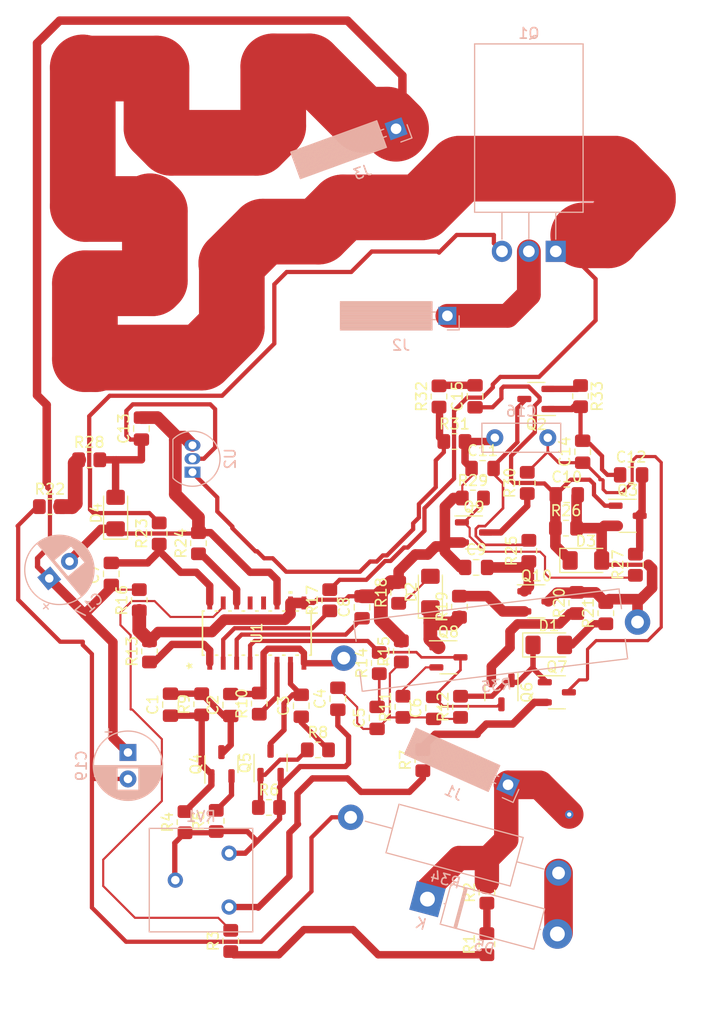
<source format=kicad_pcb>
(kicad_pcb (version 20221018) (generator pcbnew)
  (layers (0 "F.Cu" signal) (31 "B.Cu" signal) (34 "B.Paste" user) (35 "F.Paste" user) (36 "B.SilkS" user "B.Silkscreen") (37 "F.SilkS" user "F.Silkscreen") (38 "B.Mask" user) (39 "F.Mask" user) (44 "Edge.Cuts" user))
  (net 0 "")
  (net 1 "Net-(R1-Pad2)")
  (net 2 "Net-(R1-Pad1)")
  (net 3 "Net-(R22-Pad2)")
  (net 4 "Net-(D2-A)")
  (net 5 "Net-(D3-A)")
  (net 6 "Net-(C15-Pad2)")
  (net 7 "Net-(D1-A)")
  (net 8 "Net-(C3-Pad1)")
  (net 9 "Net-(C5-Pad2)")
  (net 10 "Net-(Q4-C)")
  (net 11 "Net-(Q4-B)")
  (net 12 "Net-(Q4-E)")
  (net 13 "Net-(Q5-B)")
  (net 14 "Net-(Q5-C)")
  (net 15 "Net-(Q7-B)")
  (net 16 "Net-(Q6-B)")
  (net 17 "Net-(Q8-B)")
  (net 18 "Net-(D5-K)")
  (net 19 "Net-(D5-A)")
  (net 20 "/CSOFT")
  (net 21 "/CONTROL")
  (net 22 "/OUTPUT")
  (net 23 "/C(phi)")
  (net 24 "/VSYNC")
  (net 25 "/ILOAD")
  (net 26 "/COMP")
  (net 27 "/ISENSE1")
  (net 28 "/ISENSE2")
  (net 29 "/VR(phi)")
  (net 30 "/HIGH_LOAD")
  (net 31 "/OVERLOAD")
  (net 32 "Net-(Q2-B)")
  (net 33 "Net-(D3-K)")
  (net 34 "Net-(Q9-C)")
  (net 35 "GND")
  (net 36 "Net-(D1-K)")
  (net 37 "Net-(J3-Pin_1)")
  (net 38 "Net-(J2-Pin_1)")
  (net 39 "Net-(Q1-G)")
  (net 40 "Net-(Q7-E)")
  (net 41 "Net-(Q3-E)")
  (net 42 "Net-(Q9-E)")
  (net 43 "Net-(Q2-C)")
  (net 44 "Net-(Q10-B)")
  (net 45 "Net-(Q10-C)")
  (net 46 "Net-(C19-Pad2)")
  (net 47 "/HALL_OUT")
  (net 48 "/HALL_V")
  (net 49 "/HALL_GND")
  (net 50 "Net-(R7-Pad1)")
  (net 51 "Net-(Q2-E)")
  (net 52 "Net-(C4-Pad2)")
  (net 53 "Net-(D2-K)")
  (footprint "Capacitor_SMD:C_0805_2012Metric_Pad1.18x1.45mm_HandSolder" (layer "F.Cu") (at 109.22 98.7337 90)
    (fp_text reference "C2")
    (fp_text value "C_Small")
  )
  (footprint "Capacitor_SMD:C_0805_2012Metric_Pad1.18x1.45mm_HandSolder" (layer "F.Cu") (at 119.3292 98.1456 90)
    (fp_text reference "C4")
    (fp_text value "C_Small")
  )
  (footprint "Diode_SMD:D_1206_3216Metric_Pad1.42x1.75mm_HandSolder" (layer "F.Cu") (at 98.3488 80.6196 90)
    (fp_text reference "D4")
    (fp_text value "D_Zener_Small_Filled")
  )
  (footprint "Resistor_SMD:R_0805_2012Metric_Pad1.20x1.40mm_HandSolder" (layer "F.Cu") (at 125.3236 93.6752 90)
    (fp_text reference "R15")
    (fp_text value "R_Small_US")
  )
  (footprint "Capacitor_SMD:C_0805_2012Metric_Pad1.18x1.45mm_HandSolder" (layer "F.Cu") (at 132.9944 76.4032)
    (fp_text reference "C11")
    (fp_text value "C_Small")
  )
  (footprint "Package_TO_SOT_SMD:SOT-23-3" (layer "F.Cu") (at 108.3412 104.3201 90)
    (fp_text reference "Q4")
    (fp_text value "NPN BC847C 1Gs 32")
  )
  (footprint "Resistor_SMD:R_0805_2012Metric_Pad1.20x1.40mm_HandSolder" (layer "F.Cu") (at 106.172 83.4644 90)
    (fp_text reference "R24")
    (fp_text value "R_Small_US")
  )
  (footprint "Resistor_SMD:R_0805_2012Metric_Pad1.20x1.40mm_HandSolder" (layer "F.Cu") (at 125.476 98.9076 90)
    (fp_text reference "R11")
    (fp_text value "R_Small_US")
  )
  (footprint "Resistor_SMD:R_0805_2012Metric_Pad1.20x1.40mm_HandSolder" (layer "F.Cu") (at 132.08 79.1972)
    (fp_text reference "R29")
    (fp_text value "R_Small_US")
  )
  (footprint "Resistor_SMD:R_0805_2012Metric_Pad1.20x1.40mm_HandSolder" (layer "F.Cu") (at 130.3368 73.8632)
    (fp_text reference "R31")
    (fp_text value "R_Small_US")
  )
  (footprint "Resistor_SMD:R_0805_2012Metric_Pad1.20x1.40mm_HandSolder" (layer "F.Cu") (at 133.4008 121.3104 90)
    (fp_text reference "R1")
    (fp_text value "R_Small_US")
  )
  (footprint "Resistor_SMD:R_0805_2012Metric_Pad1.20x1.40mm_HandSolder" (layer "F.Cu") (at 92.1512 80.01)
    (fp_text reference "R22")
    (fp_text value "R_Small_US")
  )
  (footprint "Capacitor_SMD:C_0805_2012Metric_Pad1.18x1.45mm_HandSolder" (layer "F.Cu") (at 132.2832 69.596 90)
    (fp_text reference "C15")
    (fp_text value "C_Small")
  )
  (footprint "Package_TO_SOT_SMD:SOT-23-3" (layer "F.Cu") (at 138.0744 88.9508)
    (fp_text reference "Q10")
    (fp_text value "PNP BC857C 3Gp 43")
  )
  (footprint "Resistor_SMD:R_0805_2012Metric_Pad1.20x1.40mm_HandSolder" (layer "F.Cu") (at 137.3632 84.1916 90)
    (fp_text reference "R25")
    (fp_text value "R_Small_US")
  )
  (footprint "Resistor_SMD:R_0805_2012Metric_Pad1.20x1.40mm_HandSolder" (layer "F.Cu") (at 102.4636 82.55 90)
    (fp_text reference "R23")
    (fp_text value "R_Small_US")
  )
  (footprint "Capacitor_SMD:C_0805_2012Metric_Pad1.18x1.45mm_HandSolder" (layer "F.Cu") (at 100.7872 72.644 90)
    (fp_text reference "C13")
    (fp_text value "C_Small")
  )
  (footprint "Package_TO_SOT_SMD:SOT-23-3" (layer "F.Cu") (at 138.0744 69.85 180)
    (fp_text reference "Q2")
    (fp_text value "PNP BC857C 3Gp 43")
  )
  (footprint "Diode_SMD:D_1206_3216Metric_Pad1.42x1.75mm_HandSolder" (layer "F.Cu") (at 142.748 85.09)
    (fp_text reference "D3")
    (fp_text value "D_Zener_Small_Filled")
  )
  (footprint "Capacitor_SMD:C_0805_2012Metric_Pad1.18x1.45mm_HandSolder" (layer "F.Cu") (at 128.3716 99.0092 90)
    (fp_text reference "C6")
    (fp_text value "C_Small")
  )
  (footprint "Package_TO_SOT_SMD:SOT-23-3" (layer "F.Cu") (at 129.7709 94.234)
    (fp_text reference "Q8")
    (fp_text value "NPN BC847C 1Gs 32")
  )
  (footprint "Resistor_SMD:R_0805_2012Metric_Pad1.20x1.40mm_HandSolder" (layer "F.Cu") (at 117.4496 102.9716)
    (fp_text reference "R8")
    (fp_text value "R_Small_US")
  )
  (footprint "Resistor_SMD:R_0805_2012Metric_Pad1.20x1.40mm_HandSolder" (layer "F.Cu") (at 133.4008 116.4336 90)
    (fp_text reference "R2")
    (fp_text value "R_Small_US")
  )
  (footprint "Resistor_SMD:R_0805_2012Metric_Pad1.20x1.40mm_HandSolder" (layer "F.Cu") (at 104.902 109.7948 90)
    (fp_text reference "R4")
    (fp_text value "R_Small_US")
  )
  (footprint "Package_TO_SOT_SMD:SOT-23-3" (layer "F.Cu") (at 132.1816 82.4484)
    (fp_text reference "Q9")
    (fp_text value "PNP BC857C 3Gp 43")
  )
  (footprint "Package_TO_SOT_SMD:SOT-23-3" (layer "F.Cu") (at 140.0048 97.536)
    (fp_text reference "Q7")
    (fp_text value "NPN BC847C 1Gs 32")
  )
  (footprint "Diode_SMD:D_1206_3216Metric_Pad1.42x1.75mm_HandSolder" (layer "F.Cu") (at 128.0668 88.0729 90)
    (fp_text reference "D2")
    (fp_text value "D_Zener_Small_Filled")
  )
  (footprint "Package_TO_SOT_SMD:SOT-23-3" (layer "F.Cu") (at 112.9792 104.1908 90)
    (fp_text reference "Q5")
    (fp_text value "NPN BC847C 1Gs 32")
  )
  (footprint "footprints:SO16_MCH" (layer "F.Cu") (at 111.6838 91.948 90)
    (fp_text reference "U1")
    (fp_text value "U2010B-MFPY")
  )
  (footprint "Resistor_SMD:R_0805_2012Metric_Pad1.20x1.40mm_HandSolder" (layer "F.Cu") (at 109.22 121.0056 90)
    (fp_text reference "R3")
    (fp_text value "R_Small_US")
  )
  (footprint "Capacitor_SMD:C_0805_2012Metric_Pad1.18x1.45mm_HandSolder" (layer "F.Cu") (at 132.3848 85.7504)
    (fp_text reference "C9")
    (fp_text value "C_Small")
  )
  (footprint "Resistor_SMD:R_0805_2012Metric_Pad1.20x1.40mm_HandSolder" (layer "F.Cu") (at 144.6276 90.0684 90)
    (fp_text reference "R21")
    (fp_text value "R_Small_US")
  )
  (footprint "Resistor_SMD:R_0805_2012Metric_Pad1.20x1.40mm_HandSolder" (layer "F.Cu") (at 95.8596 75.5904)
    (fp_text reference "R28")
    (fp_text value "R_Small_US")
  )
  (footprint "Resistor_SMD:R_0805_2012Metric_Pad1.20x1.40mm_HandSolder" (layer "F.Cu") (at 140.8684 82.042)
    (fp_text reference "R26")
    (fp_text value "R_Small_US")
  )
  (footprint "Resistor_SMD:R_0805_2012Metric_Pad1.20x1.40mm_HandSolder" (layer "F.Cu") (at 100.584 88.8492 90)
    (fp_text reference "R16")
    (fp_text value "R_Small_US")
  )
  (footprint "Capacitor_SMD:C_0805_2012Metric_Pad1.18x1.45mm_HandSolder" (layer "F.Cu") (at 147.0152 77.0128)
    (fp_text reference "C12")
    (fp_text value "C_Small")
  )
  (footprint "Resistor_SMD:R_0805_2012Metric_Pad1.20x1.40mm_HandSolder" (layer "F.Cu") (at 127.3556 103.9368 90)
    (fp_text reference "R7")
    (fp_text value "R_Small_US")
  )
  (footprint "Resistor_SMD:R_0805_2012Metric_Pad1.20x1.40mm_HandSolder" (layer "F.Cu") (at 112.8268 108.4072)
    (fp_text reference "R6")
    (fp_text value "R_Small_US")
  )
  (footprint "Resistor_SMD:R_0805_2012Metric_Pad1.20x1.40mm_HandSolder" (layer "F.Cu") (at 142.24 69.58 90)
    (fp_text reference "R33")
    (fp_text value "R_Small_US")
  )
  (footprint "Resistor_SMD:R_0805_2012Metric_Pad1.20x1.40mm_HandSolder" (layer "F.Cu") (at 130.81 89.4588 90)
    (fp_text reference "R19")
    (fp_text value "R_Small_US")
  )
  (footprint "Resistor_SMD:R_0805_2012Metric_Pad1.20x1.40mm_HandSolder" (layer "F.Cu") (at 141.8844 89.1032 90)
    (fp_text reference "R20")
    (fp_text value "R_Small_US")
  )
  (footprint "Capacitor_SMD:C_0805_2012Metric_Pad1.18x1.45mm_HandSolder" (layer "F.Cu") (at 103.5304 98.7044 90)
    (fp_text reference "C1")
    (fp_text value "C_Small")
  )
  (footprint "Resistor_SMD:R_0805_2012Metric_Pad1.20x1.40mm_HandSolder" (layer "F.Cu") (at 106.4768 98.6696 90)
    (fp_text reference "R9")
    (fp_text value "R_Small_US")
  )
  (footprint "Capacitor_SMD:C_0805_2012Metric_Pad1.18x1.45mm_HandSolder" (layer "F.Cu") (at 121.6152 89.5096 90)
    (fp_text reference "C8")
    (fp_text value "C_Small")
  )
  (footprint "Resistor_SMD:R_0805_2012Metric_Pad1.20x1.40mm_HandSolder" (layer "F.Cu") (at 123.2408 94.7768 90)
    (fp_text reference "R14")
    (fp_text value "R_Small_US")
  )
  (footprint "Capacitor_SMD:C_0805_2012Metric_Pad1.18x1.45mm_HandSolder" (layer "F.Cu") (at 142.4432 74.8284 90)
    (fp_text reference "C14")
    (fp_text value "C_Small")
  )
  (footprint "Capacitor_SMD:C_0805_2012Metric_Pad1.18x1.45mm_HandSolder" (layer "F.Cu") (at 140.9407 78.8924)
    (fp_text reference "C10")
    (fp_text value "C_Small")
  )
  (footprint "Package_TO_SOT_SMD:SOT-23-3" (layer "F.Cu") (at 134.7724 97.536 -90)
    (fp_text reference "Q6")
    (fp_text value "NPN BC847C 1Gs 32")
  )
  (footprint "Capacitor_SMD:C_0805_2012Metric_Pad1.18x1.45mm_HandSolder" (layer "F.Cu") (at 97.9424 86.36 90)
    (fp_text reference "C7")
    (fp_text value "C_Small")
  )
  (footprint "Resistor_SMD:R_0805_2012Metric_Pad1.20x1.40mm_HandSolder" (layer "F.Cu") (at 118.5672 88.8492 90)
    (fp_text reference "R17")
    (fp_text value "R_Small_US")
  )
  (footprint "Resistor_SMD:R_0805_2012Metric_Pad1.20x1.40mm_HandSolder" (layer "F.Cu") (at 128.8796 69.612 90)
    (fp_text reference "R32")
    (fp_text value "R_Small_US")
  )
  (footprint "Capacitor_SMD:C_0805_2012Metric_Pad1.18x1.45mm_HandSolder" (layer "F.Cu") (at 115.8748 98.806 90)
    (fp_text reference "C3")
    (fp_text value "C_Small")
  )
  (footprint "Resistor_SMD:R_0805_2012Metric_Pad1.20x1.40mm_HandSolder" (layer "F.Cu") (at 137.2108 77.7748 90)
    (fp_text reference "R30")
    (fp_text value "R_Small_US")
  )
  (footprint "Capacitor_SMD:C_0805_2012Metric_Pad1.18x1.45mm_HandSolder" (layer "F.Cu") (at 123.0376 99.9529 90)
    (fp_text reference "C5")
    (fp_text value "C_Small")
  )
  (footprint "Resistor_SMD:R_0805_2012Metric_Pad1.20x1.40mm_HandSolder" (layer "F.Cu") (at 147.4216 85.4964 90)
    (fp_text reference "R27")
    (fp_text value "R_Small_US")
  )
  (footprint "Resistor_SMD:R_0805_2012Metric_Pad1.20x1.40mm_HandSolder" (layer "F.Cu") (at 101.5492 93.6752 90)
    (fp_text reference "R13")
    (fp_text value "R_Small_US")
  )
  (footprint "Resistor_SMD:R_0805_2012Metric_Pad1.20x1.40mm_HandSolder" (layer "F.Cu") (at 111.9124 98.6028 90)
    (fp_text reference "R10")
    (fp_text value "R_Small_US")
  )
  (footprint "Diode_SMD:D_1206_3216Metric_Pad1.42x1.75mm_HandSolder" (layer "F.Cu") (at 139.2428 93.0656)
    (fp_text reference "D1")
    (fp_text value "D_Zener_Small_Filled")
  )
  (footprint "Resistor_SMD:R_0805_2012Metric_Pad1.20x1.40mm_HandSolder" (layer "F.Cu") (at 107.8484 109.6772 90)
    (fp_text reference "R5")
    (fp_text value "R_Small_US")
  )
  (footprint "Package_TO_SOT_SMD:SOT-23-3" (layer "F.Cu") (at 146.6873 80.8736)
    (fp_text reference "Q3")
    (fp_text value "NPN BC847C 1Gs 32")
  )
  (footprint "Resistor_SMD:R_0805_2012Metric_Pad1.20x1.40mm_HandSolder" (layer "F.Cu") (at 125.0696 88.138 90)
    (fp_text reference "R18")
    (fp_text value "R_Small_US")
  )
  (footprint "Resistor_SMD:R_0805_2012Metric_Pad1.20x1.40mm_HandSolder" (layer "F.Cu") (at 130.9116 98.9076 90)
    (fp_text reference "R12")
    (fp_text value "R_Small_US")
  )
  (footprint "Connector_PinSocket_2.54mm:PinSocket_1x01_P2.54mm_Horizontal" (layer "B.Cu") (at 129.6728 62.0018)
    (fp_text reference "J2")
    (fp_text value "MOTOR")
  )
  (footprint "Capacitor_THT:CP_Radial_D6.3mm_P2.50mm" (layer "B.Cu") (at 92.085115 86.786673 40)
    (fp_text reference "C17")
    (fp_text value "VC2")
  )
  (footprint "Package_TO_SOT_THT:TO-220-3_Horizontal_TabDown" (layer "B.Cu") (at 139.9032 55.9152 180)
    (fp_text reference "Q1")
    (fp_text value "BTA16-600B")
  )
  (footprint "Connector_PinSocket_2.54mm:PinSocket_1x01_P2.54mm_Horizontal" (layer "B.Cu") (at 124.826897 44.344019 20)
    (fp_text reference "J3")
    (fp_text value "NULL")
  )
  (footprint "Capacitor_THT:C_Rect_L7.2mm_W2.5mm_P5.00mm_FKS2_FKP2_MKS2_MKP2" (layer "B.Cu") (at 139.152 73.5076 180)
    (fp_text reference "C16")
    (fp_text value "33nJ 100")
  )
  (footprint "Diode_THT:D_5W_P12.70mm_Horizontal" (layer "B.Cu") (at 127.788342 117.058198 -15)
    (fp_text reference "D5")
    (fp_text value "07 M ???")
  )
  (footprint "Resistor_THT:R_Axial_DIN0414_L11.9mm_D4.5mm_P20.32mm_Horizontal" (layer "B.Cu") (at 120.538994 109.333599 -15)
    (fp_text reference "R34")
    (fp_text value "R_Small_US")
  )
  (footprint "Capacitor_THT:CP_Radial_D6.3mm_P2.50mm" (layer "B.Cu") (at 99.5172 103.2148 -90)
    (fp_text reference "C19")
    (fp_text value "VC1")
  )
  (footprint "Connector_PinSocket_2.54mm:PinSocket_1x01_P2.54mm_Horizontal" (layer "B.Cu") (at 135.398569 106.262403 -24)
    (fp_text reference "J1")
    (fp_text value "PHASE")
  )
  (footprint "Package_TO_SOT_THT:TO-92_Inline" (layer "B.Cu") (at 105.6088 76.7588 90)
    (fp_text reference "U2")
    (fp_text value "DRV5033FAxLPG")
  )
  (footprint "Potentiometer_THT:Potentiometer_Bourns_3386F_Vertical" (layer "B.Cu") (at 109.0676 117.8052 180)
    (fp_text reference "RV1")
    (fp_text value "R_Potentiometer")
  )
  (footprint "Resistor_THT:R_Axial_Power_L25.0mm_W6.4mm_P27.94mm" (layer "B.Cu") (at 119.89053 94.310915 7)
    (fp_text reference "R35")
    (fp_text value "R_Small_US")
  )
  (segment (start 133.4008 117.4336) (end 133.4008 120.3104) (width 0.7) (layer "F.Cu") (net 1))
  (segment (start 116.1288 119.9388) (end 120.7676 119.9388) (width 0.7) (layer "F.Cu") (net 2))
  (segment (start 109.22 122.0056) (end 109.5248 122.3104) (width 0.7) (layer "F.Cu") (net 2))
  (segment (start 123.1392 122.3104) (end 133.4008 122.3104) (width 0.7) (layer "F.Cu") (net 2))
  (segment (start 109.5248 122.3104) (end 113.7572 122.3104) (width 0.7) (layer "F.Cu") (net 2))
  (segment (start 113.7572 122.3104) (end 116.1288 119.9388) (width 0.7) (layer "F.Cu") (net 2))
  (segment (start 120.7676 119.9388) (end 123.1392 122.3104) (width 0.7) (layer "F.Cu") (net 2))
  (segment (start 94.5388 79.7052) (end 94.234 80.01) (width 1.4) (layer "F.Cu") (net 3))
  (segment (start 94.5388 75.9112) (end 94.5388 79.7052) (width 1.4) (layer "F.Cu") (net 3))
  (segment (start 94.234 80.01) (end 93.1512 80.01) (width 1.4) (layer "F.Cu") (net 3))
  (segment (start 94.8596 75.5904) (end 94.5388 75.9112) (width 1.4) (layer "F.Cu") (net 3))
  (segment (start 125.0696 89.138) (end 125.5142 89.138) (width 0.2) (layer "F.Cu") (net 4))
  (segment (start 125.5142 89.138) (end 128.0668 86.5854) (width 0.2) (layer "F.Cu") (net 4))
  (segment (start 147.9296 88.7476) (end 144.9484 88.7476) (width 1) (layer "F.Cu") (net 5))
  (segment (start 141.8684 79.0022) (end 141.9782 78.8924) (width 0.2) (layer "F.Cu") (net 5))
  (segment (start 141.8684 82.042) (end 144.272 82.042) (width 1) (layer "F.Cu") (net 5))
  (segment (start 148.9964 87.6808) (end 148.2344 88.4428) (width 1) (layer "F.Cu") (net 5))
  (segment (start 144.272 82.042) (end 144.4904 81.8236) (width 1) (layer "F.Cu") (net 5))
  (segment (start 140.0247 88.138) (end 141.8496 88.138) (width 1) (layer "F.Cu") (net 5))
  (segment (start 147.622269 89.054931) (end 148.2344 88.4428) (width 1) (layer "F.Cu") (net 5))
  (segment (start 144.2355 82.0785) (end 144.2355 85.09) (width 1) (layer "F.Cu") (net 5))
  (segment (start 148.9964 85.852) (end 148.9964 87.6808) (width 1) (layer "F.Cu") (net 5))
  (segment (start 147.622269 90.905886) (end 147.622269 89.054931) (width 1) (layer "F.Cu") (net 5))
  (segment (start 141.8844 88.1032) (end 143.6624 88.1032) (width 1) (layer "F.Cu") (net 5))
  (segment (start 144.4904 81.8236) (end 145.7498 81.8236) (width 1) (layer "F.Cu") (net 5))
  (segment (start 141.8496 88.138) (end 141.8844 88.1032) (width 1) (layer "F.Cu") (net 5))
  (segment (start 148.2344 88.4428) (end 147.9296 88.7476) (width 1) (layer "F.Cu") (net 5))
  (segment (start 148.6408 85.4964) (end 148.9964 85.852) (width 1) (layer "F.Cu") (net 5))
  (segment (start 144.2355 85.09) (end 144.6419 85.4964) (width 0.4) (layer "F.Cu") (net 5))
  (segment (start 143.6624 88.1032) (end 144.6276 89.0684) (width 1) (layer "F.Cu") (net 5))
  (segment (start 144.272 82.042) (end 144.2355 82.0785) (width 1) (layer "F.Cu") (net 5))
  (segment (start 144.9484 88.7476) (end 144.6276 89.0684) (width 1) (layer "F.Cu") (net 5))
  (segment (start 139.2119 88.9508) (end 140.0247 88.138) (width 1) (layer "F.Cu") (net 5))
  (segment (start 141.8684 82.042) (end 141.8684 79.0022) (width 1) (layer "F.Cu") (net 5))
  (segment (start 144.6419 85.4964) (end 148.6408 85.4964) (width 0.4) (layer "F.Cu") (net 5))
  (segment (start 128.9331 68.5585) (end 128.8796 68.612) (width 0.7) (layer "F.Cu") (net 6))
  (segment (start 132.2832 68.5585) (end 128.9331 68.5585) (width 0.7) (layer "F.Cu") (net 6))
  (segment (start 143.4244 91.0684) (end 141.4272 93.0656) (width 0.7) (layer "F.Cu") (net 7))
  (segment (start 141.4272 93.0656) (end 140.7303 93.0656) (width 0.7) (layer "F.Cu") (net 7))
  (segment (start 144.6276 91.0684) (end 143.4244 91.0684) (width 0.7) (layer "F.Cu") (net 7))
  (segment (start 115.8748 100.3968) (end 118.4496 102.9716) (width 0.5) (layer "F.Cu") (net 8))
  (segment (start 115.8748 99.8435) (end 115.8748 100.3968) (width 0.5) (layer "F.Cu") (net 8))
  (segment (start 123.2408 95.7768) (end 123.2408 98.7122) (width 0.25) (layer "F.Cu") (net 9))
  (segment (start 123.2408 98.7122) (end 123.0376 98.9154) (width 0.25) (layer "F.Cu") (net 9))
  (segment (start 106.4768 99.6696) (end 106.4768 104.3432) (width 0.6) (layer "F.Cu") (net 10))
  (segment (start 107.3912 105.2576) (end 107.3912 106.3056) (width 0.6) (layer "F.Cu") (net 10))
  (segment (start 106.4045 99.7419) (end 106.4768 99.6696) (width 0.6) (layer "F.Cu") (net 10))
  (segment (start 106.4768 104.3432) (end 107.3912 105.2576) (width 0.6) (layer "F.Cu") (net 10))
  (segment (start 107.3912 106.3056) (end 104.902 108.7948) (width 0.6) (layer "F.Cu") (net 10))
  (segment (start 103.5304 99.7419) (end 106.4045 99.7419) (width 0.6) (layer "F.Cu") (net 10))
  (segment (start 109.2912 107.2344) (end 107.8484 108.6772) (width 0.5) (layer "F.Cu") (net 11))
  (segment (start 109.2912 105.2576) (end 109.2912 107.2344) (width 0.5) (layer "F.Cu") (net 11))
  (segment (start 108.5784 99.7712) (end 109.22 99.7712) (width 0.6) (layer "F.Cu") (net 12))
  (segment (start 106.4741 97.6669) (end 106.4768 97.6696) (width 0.6) (layer "F.Cu") (net 12))
  (segment (start 109.22 99.7712) (end 109.22 102.5038) (width 0.6) (layer "F.Cu") (net 12))
  (segment (start 106.4768 97.6696) (end 108.5784 99.7712) (width 0.6) (layer "F.Cu") (net 12))
  (segment (start 109.22 102.5038) (end 108.3412 103.3826) (width 0.6) (layer "F.Cu") (net 12))
  (segment (start 103.5304 97.6669) (end 106.4741 97.6669) (width 0.6) (layer "F.Cu") (net 12))
  (segment (start 109.0676 112.7252) (end 110.5916 112.7252) (width 0.5) (layer "F.Cu") (net 13))
  (segment (start 113.9292 105.1283) (end 113.9292 106.3904) (width 0.5) (layer "F.Cu") (net 13))
  (segment (start 120.0404 104.5464) (end 115.7732 104.5464) (width 0.5) (layer "F.Cu") (net 13))
  (segment (start 115.7732 104.5464) (end 113.8268 106.4928) (width 0.5) (layer "F.Cu") (net 13))
  (segment (start 120.3452 101.7016) (end 120.3452 104.2416) (width 0.5) (layer "F.Cu") (net 13))
  (segment (start 119.3292 100.6856) (end 120.3452 101.7016) (width 0.5) (layer "F.Cu") (net 13))
  (segment (start 110.7788 110.6772) (end 111.7092 111.6076) (width 0.5) (layer "F.Cu") (net 13))
  (segment (start 113.9292 106.3904) (end 113.8268 106.4928) (width 0.5) (layer "F.Cu") (net 13))
  (segment (start 110.5916 112.7252) (end 111.7092 111.6076) (width 0.5) (layer "F.Cu") (net 13))
  (segment (start 119.3292 99.1831) (end 119.3292 100.6856) (width 0.5) (layer "F.Cu") (net 13))
  (segment (start 120.3452 104.2416) (end 120.0404 104.5464) (width 0.5) (layer "F.Cu") (net 13))
  (segment (start 113.8268 108.4072) (end 113.8268 109.49) (width 0.5) (layer "F.Cu") (net 13))
  (segment (start 103.9368 111.76) (end 103.9368 115.2144) (width 0.5) (layer "F.Cu") (net 13))
  (segment (start 104.902 110.7948) (end 103.9368 111.76) (width 0.5) (layer "F.Cu") (net 13))
  (segment (start 104.902 110.7948) (end 107.7308 110.7948) (width 0.5) (layer "F.Cu") (net 13))
  (segment (start 103.9368 115.2144) (end 103.9876 115.2652) (width 0.5) (layer "F.Cu") (net 13))
  (segment (start 107.7308 110.7948) (end 107.8484 110.6772) (width 0.5) (layer "F.Cu") (net 13))
  (segment (start 107.8484 110.6772) (end 110.7788 110.6772) (width 0.5) (layer "F.Cu") (net 13))
  (segment (start 113.8268 106.4928) (end 113.8268 108.4072) (width 0.5) (layer "F.Cu") (net 13))
  (segment (start 113.8268 109.49) (end 111.7092 111.6076) (width 0.5) (layer "F.Cu") (net 13))
  (segment (start 112.0292 108.2048) (end 111.8268 108.4072) (width 0.5) (layer "F.Cu") (net 14))
  (segment (start 116.4496 102.9716) (end 115.5248 103.8964) (width 0.4) (layer "F.Cu") (net 14))
  (segment (start 115.5248 103.8964) (end 113.8832 103.8964) (width 0.4) (layer "F.Cu") (net 14))
  (segment (start 113.8832 103.8964) (end 112.4513 105.3283) (width 0.4) (layer "F.Cu") (net 14))
  (segment (start 112.4513 105.3283) (end 112.0292 105.3283) (width 0.4) (layer "F.Cu") (net 14))
  (segment (start 112.0292 105.1283) (end 112.0292 108.2048) (width 0.5) (layer "F.Cu") (net 14))
  (segment (start 132.4864 101.4984) (end 128.524 101.4984) (width 0.7) (layer "F.Cu") (net 15))
  (segment (start 127.3556 102.6668) (end 127.3556 102.9368) (width 0.7) (layer "F.Cu") (net 15))
  (segment (start 135.8392 100.5332) (end 133.35 100.5332) (width 0.7) (layer "F.Cu") (net 15))
  (segment (start 139.0673 98.486) (end 137.8864 98.486) (width 0.7) (layer "F.Cu") (net 15))
  (segment (start 128.524 101.4984) (end 127.3556 102.6668) (width 0.7) (layer "F.Cu") (net 15))
  (segment (start 133.35 100.5332) (end 132.4864 101.3968) (width 0.7) (layer "F.Cu") (net 15))
  (segment (start 137.8864 98.486) (end 135.8392 100.5332) (width 0.7) (layer "F.Cu") (net 15))
  (segment (start 132.4864 101.3968) (end 132.4864 101.4984) (width 0.7) (layer "F.Cu") (net 15))
  (segment (start 140.2588 91.0844) (end 141.24 90.1032) (width 0.9) (layer "F.Cu") (net 16))
  (segment (start 133.8224 96.5985) (end 133.8224 95.0909) (width 0.9) (layer "F.Cu") (net 16))
  (segment (start 133.8224 95.0909) (end 135.5852 93.3281) (width 0.9) (layer "F.Cu") (net 16))
  (segment (start 136.2964 91.0844) (end 140.2588 91.0844) (width 0.9) (layer "F.Cu") (net 16))
  (segment (start 141.24 90.1032) (end 141.8844 90.1032) (width 0.9) (layer "F.Cu") (net 16))
  (segment (start 135.5852 91.7956) (end 136.2964 91.0844) (width 0.9) (layer "F.Cu") (net 16))
  (segment (start 135.5852 93.3281) (end 135.5852 91.7956) (width 0.9) (layer "F.Cu") (net 16))
  (segment (start 125.476 97.3328) (end 125.476 97.9076) (width 0.2) (layer "F.Cu") (net 17))
  (segment (start 127.6248 95.184) (end 125.476 97.3328) (width 0.2) (layer "F.Cu") (net 17))
  (segment (start 128.8334 95.184) (end 127.6248 95.184) (width 0.2) (layer "F.Cu") (net 17))
  (segment (start 138.3792 106.2736) (end 141.1732 109.0676) (width 2.7) (layer "F.Cu") (net 18))
  (segment (start 133.2992 113.1824) (end 133.4008 113.284) (width 2.3) (layer "F.Cu") (net 18))
  (segment (start 135.2296 111.4552) (end 133.5024 113.1824) (width 2.3) (layer "F.Cu") (net 18))
  (segment (start 130.7592 113.1824) (end 127.788342 116.153258) (width 2.3) (layer "F.Cu") (net 18))
  (segment (start 135.2296 106.431372) (end 135.2296 111.4552) (width 2.3) (layer "F.Cu") (net 18))
  (segment (start 135.398569 106.262403) (end 135.409766 106.2736) (width 2.7) (layer "F.Cu") (net 18))
  (segment (start 133.5024 113.1824) (end 133.2992 113.1824) (width 2.3) (layer "F.Cu") (net 18))
  (segment (start 135.409766 106.2736) (end 138.3792 106.2736) (width 2.7) (layer "F.Cu") (net 18))
  (segment (start 133.2992 113.1824) (end 130.7592 113.1824) (width 2.3) (layer "F.Cu") (net 18))
  (segment (start 127.788342 116.153258) (end 127.788342 117.058198) (width 2.3) (layer "F.Cu") (net 18))
  (segment (start 135.398569 106.262403) (end 135.2296 106.431372) (width 2.3) (layer "F.Cu") (net 18))
  (segment (start 133.4008 113.284) (end 133.4008 115.4336) (width 2.3) (layer "F.Cu") (net 18))
  (via (at 141.1732 109.0676) (size 0.8) (drill 0.4) (layers "F.Cu" "B.Cu") (net 18))
  (segment (start 140.166607 114.592802) (end 140.166607 120.234193) (width 2.7) (layer "F.Cu") (net 19))
  (segment (start 140.166607 120.234193) (end 140.0556 120.3452) (width 0.2) (layer "F.Cu") (net 19))
  (segment (start 114.2492 98.6028) (end 114.2492 101.092) (width 0.5) (layer "F.Cu") (net 20))
  (segment (start 114.2492 101.092) (end 112.9792 102.362) (width 0.5) (layer "F.Cu") (net 20))
  (segment (start 114.8588 96.7525) (end 115.8748 97.7685) (width 0.5) (layer "F.Cu") (net 20))
  (segment (start 114.8588 94.7928) (end 114.8588 96.7525) (width 0.5) (layer "F.Cu") (net 20))
  (segment (start 115.0835 97.7685) (end 114.2492 98.6028) (width 0.5) (layer "F.Cu") (net 20))
  (segment (start 115.8748 97.7685) (end 115.0835 97.7685) (width 0.5) (layer "F.Cu") (net 20))
  (segment (start 112.9792 102.362) (end 112.9792 103.2533) (width 0.5) (layer "F.Cu") (net 20))
  (segment (start 130.9084 95.4349) (end 130.9084 94.234) (width 0.25) (layer "F.Cu") (net 21))
  (segment (start 129.2567 98.8568) (end 128.3716 97.9717) (width 0.25) (layer "F.Cu") (net 21))
  (segment (start 128.3716 97.9717) (end 130.9084 95.4349) (width 0.25) (layer "F.Cu") (net 21))
  (segment (start 130.9084 94.234) (end 127.2306 94.234) (width 0.25) (layer "F.Cu") (net 21))
  (segment (start 122.6312 93.8596) (end 122.7406 93.7502) (width 0.2) (layer "F.Cu") (net 21))
  (segment (start 111.0488 93.1164) (end 111.4744 92.6908) (width 0.4) (layer "F.Cu") (net 21))
  (segment (start 111.4744 92.6908) (end 122.1548 92.6908) (width 0.4) (layer "F.Cu") (net 21))
  (segment (start 111.0488 94.5388) (end 111.0488 93.1164) (width 0.4) (layer "F.Cu") (net 21))
  (segment (start 134.7724 98.4735) (end 134.3891 98.8568) (width 0.25) (layer "F.Cu") (net 21))
  (segment (start 122.1548 92.6908) (end 123.2408 93.7768) (width 0.4) (layer "F.Cu") (net 21))
  (segment (start 134.3891 98.8568) (end 129.2567 98.8568) (width 0.25) (layer "F.Cu") (net 21))
  (segment (start 123.2674 93.7502) (end 126.7468 93.7502) (width 0.25) (layer "F.Cu") (net 21))
  (segment (start 126.7468 93.7502) (end 127.2306 94.234) (width 0.25) (layer "F.Cu") (net 21))
  (segment (start 123.2408 93.7768) (end 123.2674 93.7502) (width 0.25) (layer "F.Cu") (net 21))
  (segment (start 102.4636 84.1756) (end 104.4956 86.2076) (width 0.7) (layer "F.Cu") (net 22))
  (segment (start 104.4956 86.2076) (end 105.9688 86.2076) (width 0.7) (layer "F.Cu") (net 22))
  (segment (start 101.3753 85.3225) (end 97.9424 85.3225) (width 0.7) (layer "F.Cu") (net 22))
  (segment (start 105.9688 86.2076) (end 107.2388 87.4776) (width 0.7) (layer "F.Cu") (net 22))
  (segment (start 101.3753 85.3147) (end 101.3753 85.3225) (width 0.7) (layer "F.Cu") (net 22))
  (segment (start 107.2388 87.4776) (end 107.2388 89.1032) (width 0.7) (layer "F.Cu") (net 22))
  (segment (start 102.4636 83.55) (end 102.4636 84.2264) (width 0.7) (layer "F.Cu") (net 22))
  (segment (start 102.4636 83.55) (end 102.4636 84.1756) (width 0.7) (layer "F.Cu") (net 22))
  (segment (start 102.4636 84.2264) (end 101.3753 85.3147) (width 0.7) (layer "F.Cu") (net 22))
  (segment (start 110.2456 92.0908) (end 109.7788 92.5576) (width 0.4) (layer "F.Cu") (net 23))
  (segment (start 121.6152 90.5471) (end 120.0715 92.0908) (width 0.4) (layer "F.Cu") (net 23))
  (segment (start 120.0715 92.0908) (end 110.2456 92.0908) (width 0.4) (layer "F.Cu") (net 23))
  (segment (start 109.7788 92.5576) (end 109.7788 94.7928) (width 0.4) (layer "F.Cu") (net 23))
  (segment (start 99.8889 88.9242) (end 98.806 90.0071) (width 0.2) (layer "F.Cu") (net 24))
  (segment (start 103.5304 90.424) (end 102.0306 88.9242) (width 0.2) (layer "F.Cu") (net 24))
  (segment (start 107.569 90.424) (end 103.5304 90.424) (width 0.2) (layer "F.Cu") (net 24))
  (segment (start 102.7176 101.9556) (end 102.7176 107.7976) (width 0.2) (layer "F.Cu") (net 24))
  (segment (start 99.7712 92.1512) (end 99.7712 99.1616) (width 0.2) (layer "F.Cu") (net 24))
  (segment (start 98.806 90.0071) (end 98.806 91.186) (width 0.2) (layer "F.Cu") (net 24))
  (segment (start 108.0356 118.8212) (end 109.22 120.0056) (width 0.2) (layer "F.Cu") (net 24))
  (segment (start 99.7712 99.1616) (end 99.9236 99.1616) (width 0.2) (layer "F.Cu") (net 24))
  (segment (start 99.9236 99.1616) (end 102.7176 101.9556) (width 0.2) (layer "F.Cu") (net 24))
  (segment (start 108.5088 89.1032) (end 108.5088 89.4842) (width 0.2) (layer "F.Cu") (net 24))
  (segment (start 102.0306 88.9242) (end 99.8889 88.9242) (width 0.2) (layer "F.Cu") (net 24))
  (segment (start 108.5088 89.4842) (end 107.569 90.424) (width 0.2) (layer "F.Cu") (net 24))
  (segment (start 102.7176 107.7976) (end 97.1804 113.3348) (width 0.2) (layer "F.Cu") (net 24))
  (segment (start 97.1804 113.3348) (end 97.1804 115.824) (width 0.2) (layer "F.Cu") (net 24))
  (segment (start 98.806 91.186) (end 99.7712 92.1512) (width 0.2) (layer "F.Cu") (net 24))
  (segment (start 100.1776 118.8212) (end 108.0356 118.8212) (width 0.2) (layer "F.Cu") (net 24))
  (segment (start 97.1804 115.824) (end 100.1776 118.8212) (width 0.2) (layer "F.Cu") (net 24))
  (segment (start 113.5888 94.7928) (end 113.5888 97.9264) (width 0.5) (layer "F.Cu") (net 25))
  (segment (start 113.5888 97.9264) (end 111.9124 99.6028) (width 0.5) (layer "F.Cu") (net 25))
  (segment (start 111.819 97.6962) (end 111.9124 97.6028) (width 0.6) (layer "F.Cu") (net 26))
  (segment (start 112.3188 97.1964) (end 111.9124 97.6028) (width 0.6) (layer "F.Cu") (net 26))
  (segment (start 119.408645 94.7928) (end 119.89053 94.310915) (width 0.6) (layer "F.Cu") (net 26))
  (segment (start 109.22 97.6962) (end 111.819 97.6962) (width 0.6) (layer "F.Cu") (net 26))
  (segment (start 116.1288 93.8276) (end 116.1288 94.7928) (width 0.6) (layer "F.Cu") (net 26))
  (segment (start 112.7252 93.4212) (end 115.7224 93.4212) (width 0.6) (layer "F.Cu") (net 26))
  (segment (start 112.3188 94.7928) (end 112.3188 93.8276) (width 0.6) (layer "F.Cu") (net 26))
  (segment (start 112.3188 93.8276) (end 112.7252 93.4212) (width 0.6) (layer "F.Cu") (net 26))
  (segment (start 112.3188 94.7928) (end 112.3188 97.1964) (width 0.6) (layer "F.Cu") (net 26))
  (segment (start 109.1934 97.6696) (end 109.22 97.6962) (width 0.6) (layer "F.Cu") (net 26))
  (segment (start 115.7224 93.4212) (end 116.1288 93.8276) (width 0.6) (layer "F.Cu") (net 26))
  (segment (start 116.1288 94.7928) (end 119.408645 94.7928) (width 0.6) (layer "F.Cu") (net 26))
  (segment (start 103.6828 93.0148) (end 106.68 93.0148) (width 0.7) (layer "F.Cu") (net 27))
  (segment (start 106.68 93.0148) (end 107.2388 93.5736) (width 0.7) (layer "F.Cu") (net 27))
  (segment (start 102.0224 94.6752) (end 103.6828 93.0148) (width 0.7) (layer "F.Cu") (net 27))
  (segment (start 107.2388 93.5736) (end 107.2388 94.7928) (width 0.7) (layer "F.Cu") (net 27))
  (segment (start 101.5492 94.6752) (end 102.0224 94.6752) (width 0.7) (layer "F.Cu") (net 27))
  (segment (start 116.9256 91.4908) (end 109.5756 91.4908) (width 0.4) (layer "F.Cu") (net 28))
  (segment (start 109.5756 91.4908) (end 108.5088 92.5576) (width 0.4) (layer "F.Cu") (net 28))
  (segment (start 108.5088 92.5576) (end 108.5088 94.7928) (width 0.4) (layer "F.Cu") (net 28))
  (segment (start 118.5672 89.8492) (end 116.9256 91.4908) (width 0.4) (layer "F.Cu") (net 28))
  (segment (start 106.41 84.4644) (end 109.7788 87.8332) (width 0.7) (layer "F.Cu") (net 29))
  (segment (start 109.7788 87.8332) (end 109.7788 89.1032) (width 0.7) (layer "F.Cu") (net 29))
  (segment (start 106.172 84.4644) (end 106.41 84.4644) (width 0.7) (layer "F.Cu") (net 29))
  (segment (start 141.92 68.9) (end 142.24 68.58) (width 0.6) (layer "F.Cu") (net 32))
  (segment (start 139.0119 68.9) (end 141.92 68.9) (width 0.6) (layer "F.Cu") (net 32))
  (segment (start 134.9756 68.6816) (end 134.7724 68.8848) (width 0.4) (layer "F.Cu") (net 33))
  (segment (start 139.8684 78.9272) (end 139.9032 78.8924) (width 0.2) (layer "F.Cu") (net 33))
  (segment (start 139.8684 83.6979) (end 141.2605 85.09) (width 1) (layer "F.Cu") (net 33))
  (segment (start 143.51 77.8764) (end 143.51 78.8924) (width 0.4) (layer "F.Cu") (net 33))
  (segment (start 135.6868 77.5208) (end 135.6868 75.230706) (width 0.4) (layer "F.Cu") (net 33))
  (segment (start 139.8684 82.042) (end 139.8684 78.9272) (width 1) (layer "F.Cu") (net 33))
  (segment (start 137.987766 77.8256) (end 137.936966 77.7748) (width 0.4) (layer "F.Cu") (net 33))
  (segment (start 139.8684 82.042) (end 139.8684 83.6979) (width 1) (layer "F.Cu") (net 33))
  (segment (start 143.51 78.8924) (end 144.5412 79.9236) (width 0.4) (layer "F.Cu") (net 33))
  (segment (start 138.3792 70.021108) (end 138.3792 69.714248) (width 0.4) (layer "F.Cu") (net 33))
  (segment (start 135.9408 77.7748) (end 135.6868 77.5208) (width 0.4) (layer "F.Cu") (net 33))
  (segment (start 139.9032 78.8924) (end 138.8364 77.8256) (width 0.4) (layer "F.Cu") (net 33))
  (segment (start 133.9381 70.6335) (end 132.2832 70.6335) (width 0.4) (layer "F.Cu") (net 33))
  (segment (start 137.346552 68.6816) (end 134.9756 68.6816) (width 0.4) (layer "F.Cu") (net 33))
  (segment (start 137.925308 70.475) (end 138.3792 70.021108) (width 0.4) (layer "F.Cu") (net 33))
  (segment (start 141.3256 77.47) (end 143.1036 77.47) (width 0.4) (layer "F.Cu") (net 33))
  (segment (start 137.925308 72.992198) (end 137.925308 70.475) (width 0.4) (layer "F.Cu") (net 33))
  (segment (start 144.5412 79.9236) (end 145.7498 79.9236) (width 0.4) (layer "F.Cu") (net 33))
  (segment (start 134.7724 69.7992) (end 133.9381 70.6335) (width 0.4) (layer "F.Cu") (net 33))
  (segment (start 134.7724 68.8848) (end 134.7724 69.7992) (width 0.4) (layer "F.Cu") (net 33))
  (segment (start 139.9032 78.8924) (end 141.3256 77.47) (width 0.4) (layer "F.Cu") (net 33))
  (segment (start 138.8364 77.8256) (end 137.987766 77.8256) (width 0.4) (layer "F.Cu") (net 33))
  (segment (start 137.936966 77.7748) (end 135.9408 77.7748) (width 0.4) (layer "F.Cu") (net 33))
  (segment (start 143.1036 77.47) (end 143.51 77.8764) (width 0.4) (layer "F.Cu") (net 33))
  (segment (start 135.6868 75.230706) (end 137.925308 72.992198) (width 0.4) (layer "F.Cu") (net 33))
  (segment (start 138.3792 69.714248) (end 137.346552 68.6816) (width 0.4) (layer "F.Cu") (net 33))
  (segment (start 147.1676 86.7156) (end 147.3868 86.4964) (width 0.2) (layer "F.Cu") (net 34))
  (segment (start 131.7752 82.0295) (end 131.7752 82.826448) (width 0.2) (layer "F.Cu") (net 34))
  (segment (start 133.08 79.1972) (end 133.08 79.6625) (width 0.25) (layer "F.Cu") (net 34))
  (segment (start 138.4194 84.2666) (end 138.8872 84.7344) (width 0.2) (layer "F.Cu") (net 34))
  (segment (start 139.2936 86.7156) (end 147.1676 86.7156) (width 0.2) (layer "F.Cu") (net 34))
  (segment (start 147.3868 86.4964) (end 147.4216 86.4964) (width 0.2) (layer "F.Cu") (net 34))
  (segment (start 131.7752 82.826448) (end 133.215352 84.2666) (width 0.2) (layer "F.Cu") (net 34))
  (segment (start 133.08 79.6625) (end 131.2441 81.4984) (width 0.25) (layer "F.Cu") (net 34))
  (segment (start 138.8872 84.7344) (end 138.8872 86.3092) (width 0.2) (layer "F.Cu") (net 34))
  (segment (start 131.2441 81.4984) (end 131.7752 82.0295) (width 0.2) (layer "F.Cu") (net 34))
  (segment (start 133.215352 84.2666) (end 138.4194 84.2666) (width 0.2) (layer "F.Cu") (net 34))
  (segment (start 138.8872 86.3092) (end 139.2936 86.7156) (width 0.2) (layer "F.Cu") (net 34))
  (segment (start 100.584 91.71) (end 101.5492 92.6752) (width 1.3) (layer "F.Cu") (net 35))
  (segment (start 127.8128 84.5312) (end 126.6444 84.5312) (width 1) (layer "F.Cu") (net 35))
  (segment (start 131.9569 77.1359) (end 131.08 78.0128) (width 0.2) (layer "F.Cu") (net 35))
  (segment (start 131.3473 85.7504) (end 130.9116 85.7504) (width 1) (layer "F.Cu") (net 35))
  (segment (start 125.3236 92.6752) (end 125.3236 92.6084) (width 1.3) (layer "F.Cu") (net 35))
  (segment (start 130.2512 79.1972) (end 129.4384 80.01) (width 1) (layer "F.Cu") (net 35))
  (segment (start 125.0696 86.106) (end 125.0696 87.138) (width 1) (layer "F.Cu") (net 35))
  (segment (start 114.8588 90.17) (end 114.3508 90.678) (width 1) (layer "F.Cu") (net 35))
  (segment (start 120.3667 88.4721) (end 121.6152 88.4721) (width 0.4) (layer "F.Cu") (net 35))
  (segment (start 131.08 78.0128) (end 131.08 79.1972) (width 0.2) (layer "F.Cu") (net 35))
  (segment (start 116.1288 89.1032) (end 117.0432 89.1032) (width 0.4) (layer "F.Cu") (net 35))
  (segment (start 128.5748 83.7692) (end 127.8128 84.5312) (width 1) (layer "F.Cu") (net 35))
  (segment (start 123.2408 88.2396) (end 123.0083 88.4721) (width 1.3) (layer "F.Cu") (net 35))
  (segment (start 133.7964 73.8632) (end 134.152 73.5076) (width 0.7) (layer "F.Cu") (net 35))
  (segment (start 129.4384 80.01) (end 129.4384 83.6676) (width 1) (layer "F.Cu") (net 35))
  (segment (start 117.0432 89.1032) (end 117.348 88.7984) (width 0.4) (layer "F.Cu") (net 35))
  (segment (start 129.4384 83.7692) (end 128.5748 83.7692) (width 1) (layer "F.Cu") (net 35))
  (segment (start 125.3236 92.6084) (end 123.3932 90.678) (width 1.3) (layer "F.Cu") (net 35))
  (segment (start 100.584 89.8492) (end 100.584 91.71) (width 1.3) (layer "F.Cu") (net 35))
  (segment (start 131.3368 73.8632) (end 133.7964 73.8632) (width 0.7) (layer "F.Cu") (net 35))
  (segment (start 116.1288 89.1032) (end 114.8588 89.1032) (width 1) (layer "F.Cu") (net 35))
  (segment (start 123.3932 88.392) (end 123.2408 88.2396) (width 1.3) (layer "F.Cu") (net 35))
  (segment (start 130.9116 85.7504) (end 129.4384 84.2772) (width 1) (layer "F.Cu") (net 35))
  (segment (start 125.0696 87.138) (end 124.3424 87.138) (width 1.3) (layer "F.Cu") (net 35))
  (segment (start 131.9569 76.4032) (end 131.9569 77.1359) (width 0.2) (layer "F.Cu") (net 35))
  (segment (start 126.6444 84.5312) (end 125.0696 86.106) (width 1) (layer "F.Cu") (net 35))
  (segment (start 120.0404 88.7984) (end 120.3667 88.4721) (width 0.4) (layer "F.Cu") (net 35))
  (segment (start 117.348 88.7984) (end 120.0404 88.7984) (width 0.4) (layer "F.Cu") (net 35))
  (segment (start 131.08 79.1972) (end 130.2512 79.1972) (width 1) (layer "F.Cu") (net 35))
  (segment (start 123.0083 88.4721) (end 121.6152 88.4721) (width 1.3) (layer "F.Cu") (net 35))
  (segment (start 129.4384 83.6676) (end 129.7076 83.3984) (width 1) (layer "F.Cu") (net 35))
  (segment (start 131.3368 73.8632) (end 131.3368 75.7831) (width 0.7) (layer "F.Cu") (net 35))
  (segment (start 123.3932 90.678) (end 123.3932 88.392) (width 1.3) (layer "F.Cu") (net 35))
  (segment (start 129.7076 83.3984) (end 131.0441 83.3984) (width 1) (layer "F.Cu") (net 35))
  (segment (start 108.6104 90.678) (end 107.442 91.8464) (width 1) (layer "F.Cu") (net 35))
  (segment (start 129.4384 83.6676) (end 129.4384 83.7692) (width 1) (layer "F.Cu") (net 35))
  (segment (start 102.378 91.8464) (end 101.5492 92.6752) (width 1) (layer "F.Cu") (net 35))
  (segment (start 114.8588 89.1032) (end 114.8588 90.17) (width 1) (layer "F.Cu") (net 35))
  (segment (start 131.3368 75.7831) (end 131.9569 76.4032) (width 0.7) (layer "F.Cu") (net 35))
  (segment (start 124.3424 87.138) (end 123.2408 88.2396) (width 1.3) (layer "F.Cu") (net 35))
  (segment (start 129.4384 84.2772) (end 129.4384 83.7692) (width 1) (layer "F.Cu") (net 35))
  (segment (start 107.442 91.8464) (end 102.378 91.8464) (width 1) (layer "F.Cu") (net 35))
  (segment (start 114.3508 90.678) (end 108.6104 90.678) (width 1) (layer "F.Cu") (net 35))
  (segment (start 137.7553 93.0656) (end 137.7553 95.1627) (width 0.5) (layer "F.Cu") (net 36))
  (segment (start 137.7553 95.1627) (end 136.3195 96.5985) (width 0.5) (layer "F.Cu") (net 36))
  (segment (start 133.891352 97.9076) (end 130.9116 97.9076) (width 0.5) (layer "F.Cu") (net 36))
  (segment (start 136.3195 96.5985) (end 135.200452 96.5985) (width 0.5) (layer "F.Cu") (net 36))
  (segment (start 137.7553 93.0656) (end 137.7553 95.274) (width 0.5) (layer "F.Cu") (net 36))
  (segment (start 135.200452 96.5985) (end 133.891352 97.9076) (width 0.5) (layer "F.Cu") (net 36))
  (segment (start 137.7553 95.274) (end 139.0673 96.586) (width 0.5) (layer "F.Cu") (net 36))
  (segment (start 148.1328 50.8) (end 145.4404 48.1076) (width 6.2) (layer "F.Cu") (net 37))
  (segment (start 142.494 54.4068) (end 144.8308 54.4068) (width 6.2) (layer "F.Cu") (net 37))
  (segment (start 143.6624 58.5216) (end 143.6624 62.4332) (width 0.4) (layer "F.Cu") (net 37))
  (segment (start 142.494 54.4068) (end 142.494 57.2516) (width 0.4) (layer "F.Cu") (net 37))
  (segment (start 91.948 78.232) (end 92.1512 78.4352) (width 0.4) (layer "F.Cu") (net 37))
  (segment (start 95.25 38.5572) (end 95.3516 38.6588) (width 6.2) (layer "F.Cu") (net 37))
  (segment (start 93.0656 34.1376) (end 90.932 36.2712) (width 0.8) (layer "F.Cu") (net 37))
  (segment (start 112.268 54.0512) (end 109.2708 57.0484) (width 6.2) (layer "F.Cu") (net 37))
  (segment (start 142.494 54.4068) (end 140.8176 54.4068) (width 0.2) (layer "F.Cu") (net 37))
  (segment (start 125.5776 83.8708) (end 124.3076 85.1408) (width 0.4) (layer "F.Cu") (net 37))
  (segment (start 140.8176 54.4068) (end 140.716 54.3052) (width 0.2) (layer "F.Cu") (net 37))
  (segment (start 95.4532 66.0908) (end 95.4532 58.928) (width 6.2) (layer "F.Cu") (net 37))
  (segment (start 130.8608 48.1076) (end 127.2032 51.7652) (width 6.2) (layer "F.Cu") (net 37))
  (segment (start 100.584 87.8492) (end 98.3941 87.8492) (width 0.2) (layer "F.Cu") (net 37))
  (segment (start 90.9828 85.684358) (end 92.085115 86.786673) (width 0.5) (layer "F.Cu") (net 37))
  (segment (start 95.4532 58.928) (end 101.8032 58.928) (width 6.2) (layer "F.Cu") (net 37))
  (segment (start 131.5486 69.721) (end 130.302 70.9676) (width 0.4) (layer "F.Cu") (net 37))
  (segment (start 125.4252 43.745716) (end 125.4252 39.3192) (width 0.8) (layer "F.Cu") (net 37))
  (segment (start 125.9332 83.8708) (end 125.5776 83.8708) (width 0.4) (layer "F.Cu") (net 37))
  (segment (start 119.4976 86.9188) (end 118.5672 87.8492) (width 0.4) (layer "F.Cu") (net 37))
  (segment (start 95.4278 90.129358) (end 95.4278 90.1446) (width 0.9) (layer "F.Cu") (net 37))
  (segment (start 140.716 55.1024) (end 139.9032 55.9152) (width 0.2) (layer "F.Cu") (net 37))
  (segment (start 134.6708 67.7672) (end 133.9596 68.4784) (width 0.4) (layer "F.Cu") (net 37))
  (segment (start 98.0948 101.7924) (end 98.0948 92.8116) (width 0.9) (layer "F.Cu") (net 37))
  (segment (start 96.584874 65.942) (end 96.436074 66.0908) (width 6.2) (layer "F.Cu") (net 37))
  (segment (start 98.0948 92.8116) (end 95.4278 90.1446) (width 0.9) (layer "F.Cu") (net 37))
  (segment (start 99.5172 103.2148) (end 98.0948 101.7924) (width 0.9) (layer "F.Cu") (net 37))
  (segment (start 90.932 69.4944) (end 91.8464 70.4088) (width 0.8) (layer "F.Cu") (net 37))
  (segment (start 127.508 80.1624) (end 127.508 82.296) (width 0.4) (layer "F.Cu") (net 37))
  (segment (start 102.2096 38.6588) (end 102.2096 44.2976) (width 6.2) (layer "F.Cu") (net 37))
  (segment (start 92.2262 83.6434) (end 90.9828 84.8868) (width 0.5) (layer "F.Cu") (net 37))
  (segment (start 142.4432 57.3024) (end 143.6624 58.5216) (width 0.4) (layer "F.Cu") (net 37))
  (segment (start 92.1512 83.7184) (end 91.948 83.9216) (width 0.4) (layer "F.Cu") (net 37))
  (segment (start 91.8464 77.724) (end 91.948 77.8256) (width 0.5) (layer "F.Cu") (net 37))
  (segment (start 92.085115 86.786673) (end 95.4278 90.129358) (width 0.9) (layer "F.Cu") (net 37))
  (segment (start 97.9424 87.3975) (end 97.9424 87.63) (width 0.9) (layer "F.Cu") (net 37))
  (segment (start 95.504 51.9176) (end 95.25 51.6636) (width 6.2) (layer "F.Cu") (net 37))
  (segment (start 121.666 43.4848) (end 123.967678 43.4848) (width 6.2) (layer "F.Cu") (net 37))
  (segment (start 111.6584 45.6692) (end 113.2332 44.0944) (width 6.2) (layer "F.Cu") (net 37))
  (segment (start 124.826897 44.344019) (end 125.4252 43.745716) (width 0.8) (layer "F.Cu") (net 37))
  (segment (start 96.436074 66.0908) (end 95.4532 66.0908) (width 6.2) (layer "F.Cu") (net 37))
  (segment (start 123.967678 43.4848) (end 124.826897 44.344019) (width 6.2) (layer "F.Cu") (net 37))
  (segment (start 148.1328 51.0032) (end 148.1328 50.8) (width 6.2) (layer "F.Cu") (net 37))
  (segment (start 123.7996 85.1408) (end 122.0216 86.9188) (width 0.4) (layer "F.Cu") (net 37))
  (segment (start 98.3941 87.8492) (end 97.9424 87.3975) (width 0.2) (layer "F.Cu") (net 37))
  (segment (start 142.494 57.2516) (end 142.4432 57.3024) (width 0.4) (layer "F.Cu") (net 37))
  (segment (start 130.302 70.9676) (end 130.302 77.3684) (width 0.4) (layer "F.Cu") (net 37))
  (segment (start 116.6368 38.4556) (end 121.666 43.4848) (width 6.2) (layer "F.Cu") (net 37))
  (segment (start 91.8464 70.4088) (end 91.8464 77.724) (width 0.8) (layer "F.Cu") (net 37))
  (segment (start 140.716 54.3052) (end 140.716 55.1024) (width 0.2) (layer "F.Cu") (net 37))
  (segment (start 101.6 51.6636) (end 101.346 51.9176) (width 6.2) (layer "F.Cu") (net 37))
  (segment (start 120.2436 34.1376) (end 93.0656 34.1376) (width 0.8) (layer "F.Cu") (net 37))
  (segment (start 144.8308 54.4068) (end 144.8308 54.3052) (width 6.2) (layer "F.Cu") (net 37))
  (segment (start 133.0033 69.721) (end 131.5486 69.721) (width 0.4) (layer "F.Cu") (net 37))
  (segment (start 97.9424 87.63) (end 95.4278 90.1446) (width 0.9) (layer "F.Cu") (net 37))
  (segment (start 109.3216 57.0992) (end 109.3216 63.0936) (width 6.2) (layer "F.Cu") (net 37))
  (segment (start 117.5004 54.0512) (end 112.268 54.0512) (width 6.2) (layer "F.Cu") (net 37))
  (segment (start 145.4404 48.1076) (end 130.8608 48.1076) (width 6.2) (layer "F.Cu") (net 37))
  (segment (start 103.5812 45.6692) (end 111.6584 45.6692) (width 6.2) (layer "F.Cu") (net 37))
  (segment (start 113.2332 44.0944) (end 113.2332 38.4556) (width 6.2) (layer "F.Cu") (net 37))
  (segment (start 138.3284 67.7672) (end 134.6708 67.7672) (width 0.4) (layer "F.Cu") (net 37))
  (segment (start 95.3516 38.6588) (end 102.2096 38.6588) (width 6.2) (layer "F.Cu") (net 37))
  (segment (start 133.9596 68.4784) (end 133.9596 68.7647) (width 0.4) (layer "F.Cu") (net 37))
  (segment (start 91.948 77.8256) (end 91.948 78.232) (width 0.5) (layer "F.Cu") (net 37))
  (segment (start 95.25 51.6636) (end 95.25 38.5572) (width 6.2) (layer "F.Cu") (net 37))
  (segment (start 130.302 77.3684) (end 127.508 80.1624) (width 0.4) (layer "F.Cu") (net 37))
  (segment (start 113.2332 38.4556) (end 116.6368 38.4556) (width 6.2) (layer "F.Cu") (net 37))
  (segment (start 102.2096 44.2976) (end 103.5812 45.6692) (width 6.2) (layer "F.Cu") (net 37))
  (segment (start 144.8308 54.3052) (end 148.1328 51.0032) (width 6.2) (layer "F.Cu") (net 37))
  (segment (start 109.3216 63.0936) (end 106.4732 65.942) (width 6.2) (layer "F.Cu") (net 37))
  (segment (start 101.346 51.9176) (end 95.504 51.9176) (width 6.2) (layer "F.Cu") (net 37))
  (segment (start 133.9596 68.7647) (end 133.0033 69.721) (width 0.4) (layer "F.Cu") (net 37))
  (segment (start 122.0216 86.9188) (end 119.4976 86.9188) (width 0.4) (layer "F.Cu") (net 37))
  (segment (start 109.2708 57.0484) (end 109.3216 57.0992) (width 6.2) (layer "F.Cu") (net 37))
  (segment (start 101.8032 58.928) (end 102.0572 58.674) (width 6.2) (layer "F.Cu") (net 37))
  (segment (start 127.508 82.296) (end 125.9332 83.8708) (width 0.4) (layer "F.Cu") (net 37))
  (segment (start 90.9828 84.8868) (end 90.9828 85.684358) (width 0.5) (layer "F.Cu") (net 37))
  (segment (start 102.0572 52.1208) (end 101.6 51.6636) (width 6.2) (layer "F.Cu") (net 37))
  (segment (start 119.7864 51.7652) (end 117.5004 54.0512) (width 6.2) (layer "F.Cu") (net 37))
  (segment (start 127.2032 51.7652) (end 119.7864 51.7652) (width 6.2) (layer "F.Cu") (net 37))
  (segment (start 143.6624 62.4332) (end 138.3284 67.7672) (width 0.4) (layer "F.Cu") (net 37))
  (segment (start 106.4732 65.942) (end 96.584874 65.942) (width 6.2) (layer "F.Cu") (net 37))
  (segment (start 124.3076 85.1408) (end 123.7996 85.1408) (width 0.4) (layer "F.Cu") (net 37))
  (segment (start 102.0572 58.674) (end 102.0572 52.1208) (width 6.2) (layer "F.Cu") (net 37))
  (segment (start 90.932 36.2712) (end 90.932 69.4944) (width 0.8) (layer "F.Cu") (net 37))
  (segment (start 95.417 90.1446) (end 95.4278 90.1446) (width 0.9) (layer "F.Cu") (net 37))
  (segment (start 92.1512 78.4352) (end 92.1512 83.7184) (width 0.4) (layer "F.Cu") (net 37))
  (segment (start 125.4252 39.3192) (end 120.2436 34.1376) (width 0.8) (layer "F.Cu") (net 37))
  (segment (start 137.3632 59.9948) (end 135.3562 62.0018) (width 2.25) (layer "F.Cu") (net 38))
  (segment (start 137.3632 55.9152) (end 137.3632 59.9948) (width 2.25) (layer "F.Cu") (net 38))
  (segment (start 135.3562 62.0018) (end 129.6728 62.0018) (width 2.25) (layer "F.Cu") (net 38))
  (segment (start 130.545847 54.366153) (end 134.060277 54.366153) (width 0.4) (layer "F.Cu") (net 39))
  (segment (start 120.5992 57.8612) (end 122.5296 55.9308) (width 0.4) (layer "F.Cu") (net 39))
  (segment (start 134.060277 54.366153) (end 134.060277 55.152277) (width 0.4) (layer "F.Cu") (net 39))
  (segment (start 102.4636 81.55) (end 101.5332 80.6196) (width 0.4) (layer "F.Cu") (net 39))
  (segment (start 114.5032 57.8612) (end 120.5992 57.8612) (width 0.4) (layer "F.Cu") (net 39))
  (segment (start 122.5296 55.9308) (end 128.778 55.9308) (width 0.4) (layer "F.Cu") (net 39))
  (segment (start 101.5332 80.6196) (end 96.266 80.6196) (width 0.4) (layer "F.Cu") (net 39))
  (segment (start 95.9346 76.391566) (end 95.8596 76.316566) (width 0.4) (layer "F.Cu") (net 39))
  (segment (start 128.778 55.9308) (end 128.8796 56.0324) (width 0.4) (layer "F.Cu") (net 39))
  (segment (start 95.9346 80.2882) (end 95.9346 76.391566) (width 0.4) (layer "F.Cu") (net 39))
  (segment (start 96.266 80.6196) (end 95.9346 80.2882) (width 0.4) (layer "F.Cu") (net 39))
  (segment (start 95.8596 76.316566) (end 95.8596 71.4756) (width 0.4) (layer "F.Cu") (net 39))
  (segment (start 108.4072 69.5452) (end 113.3348 64.6176) (width 0.4) (layer "F.Cu") (net 39))
  (segment (start 134.060277 55.152277) (end 134.8232 55.9152) (width 0.4) (layer "F.Cu") (net 39))
  (segment (start 113.3348 64.6176) (end 113.3348 59.0296) (width 0.4) (layer "F.Cu") (net 39))
  (segment (start 128.8796 56.0324) (end 130.545847 54.366153) (width 0.4) (layer "F.Cu") (net 39))
  (segment (start 113.3348 59.0296) (end 114.5032 57.8612) (width 0.4) (layer "F.Cu") (net 39))
  (segment (start 95.8596 71.4756) (end 97.79 69.5452) (width 0.4) (layer "F.Cu") (net 39))
  (segment (start 97.79 69.5452) (end 108.4072 69.5452) (width 0.4) (layer "F.Cu") (net 39))
  (segment (start 147.5232 75.2856) (end 149.3012 75.2856) (width 0.3) (layer "F.Cu") (net 40))
  (segment (start 144.0688 77.3176) (end 144.0688 77.47) (width 0.3) (layer "F.Cu") (net 40))
  (segment (start 139.152 74.8336) (end 137.2108 76.7748) (width 0.25) (layer "F.Cu") (net 40))
  (segment (start 140.1843 75.8659) (end 139.152 74.8336) (width 0.3) (layer "F.Cu") (net 40))
  (segment (start 143.7132 92.6592) (end 142.9004 93.472) (width 0.3) (layer "F.Cu") (net 40))
  (segment (start 142.9004 96.266) (end 142.7988 96.3676) (width 0.3) (layer "F.Cu") (net 40))
  (segment (start 144.3228 77.47) (end 144.3736 77.5208) (width 0.3) (layer "F.Cu") (net 40))
  (segment (start 144.3736 78.3844) (end 144.6784 78.6892) (width 0.3) (layer "F.Cu") (net 40))
  (segment (start 147.1168 75.692) (end 147.5232 75.2856) (width 0.3) (layer "F.Cu") (net 40))
  (segment (start 149.3012 75.2856) (end 149.86 75.8444) (width 0.3) (layer "F.Cu") (net 40))
  (segment (start 144.6784 78.6892) (end 146.1516 78.6892) (width 0.3) (layer "F.Cu") (net 40))
  (segment (start 142.4432 75.8659) (end 142.6171 75.8659) (width 0.3) (layer "F.Cu") (net 40))
  (segment (start 142.4432 75.8659) (end 140.1843 75.8659) (width 0.3) (layer "F.Cu") (net 40))
  (segment (start 139.152 73.5076) (end 139.152 74.8336) (width 0.25) (layer "F.Cu") (net 40))
  (segment (start 144.3736 77.5208) (end 144.3736 78.3844) (width 0.3) (layer "F.Cu") (net 40))
  (segment (start 142.7988 96.3676) (end 142.1107 96.3676) (width 0.3) (layer "F.Cu") (net 40))
  (segment (start 142.1107 96.3676) (end 140.9423 97.536) (width 0.3) (layer "F.Cu") (net 40))
  (segment (start 142.9004 93.472) (end 142.9004 96.266) (width 0.3) (layer "F.Cu") (net 40))
  (segment (start 148.59 92.6592) (end 143.7132 92.6592) (width 0.3) (layer "F.Cu") (net 40))
  (segment (start 149.86 75.8444) (end 149.86 91.3892) (width 0.3) (layer "F.Cu") (net 40))
  (segment (start 149.86 91.3892) (end 148.59 92.6592) (width 0.3) (layer "F.Cu") (net 40))
  (segment (start 147.1168 77.724) (end 147.1168 75.692) (width 0.3) (layer "F.Cu") (net 40))
  (segment (start 144.0688 77.47) (end 144.3228 77.47) (width 0.3) (layer "F.Cu") (net 40))
  (segment (start 146.1516 78.6892) (end 147.1168 77.724) (width 0.3) (layer "F.Cu") (net 40))
  (segment (start 142.6171 75.8659) (end 144.0688 77.3176) (width 0.3) (layer "F.Cu") (net 40))
  (segment (start 147.828 84.09) (end 147.6248 84.2932) (width 0.7) (layer "F.Cu") (net 41))
  (segment (start 147.6248 80.8736) (end 147.828 81.0768) (width 0.7) (layer "F.Cu") (net 41))
  (segment (start 148.0527 80.4457) (end 147.6248 80.8736) (width 0.7) (layer "F.Cu") (net 41))
  (segment (start 147.6248 84.2932) (end 147.4216 84.4964) (width 0.7) (layer "F.Cu") (net 41))
  (segment (start 147.828 81.0768) (end 147.828 84.09) (width 0.7) (layer "F.Cu") (net 41))
  (segment (start 148.0527 77.0128) (end 148.0527 80.4457) (width 0.7) (layer "F.Cu") (net 41))
  (segment (start 137.2108 79.94535) (end 134.70775 82.4484) (width 0.6) (layer "F.Cu") (net 42))
  (segment (start 134.70775 82.4484) (end 133.1191 82.4484) (width 0.6) (layer "F.Cu") (net 42))
  (segment (start 137.2108 78.7748) (end 137.2108 79.94535) (width 0.6) (layer "F.Cu") (net 42))
  (segment (start 145.6651 77.0128) (end 144.78 77.0128) (width 0.4) (layer "F.Cu") (net 43))
  (segment (start 144.272 76.5048) (end 144.272 75.2348) (width 0.4) (layer "F.Cu") (net 43))
  (segment (start 139.2119 70.8) (end 141.41896 70.8) (width 0.6) (layer "F.Cu") (net 43))
  (segment (start 143.12862 74.09142) (end 142.74372 74.09142) (width 0.4) (layer "F.Cu") (net 43))
  (segment (start 142.24 73.5877) (end 142.4432 73.7909) (width 0.2) (layer "F.Cu") (net 43))
  (segment (start 145.9777 77.0128) (end 145.6651 77.0128) (width 0.25) (layer "F.Cu") (net 43))
  (segment (start 142.24 70.58) (end 142.24 73.5877) (width 0.4) (layer "F.Cu") (net 43))
  (segment (start 141.41896 70.8) (end 141.93948 70.27948) (width 0.6) (layer "F.Cu") (net 43))
  (segment (start 144.272 75.2348) (end 143.12862 74.09142) (width 0.4) (layer "F.Cu") (net 43))
  (segment (start 144.78 77.0128) (end 144.272 76.5048) (width 0.4) (layer "F.Cu") (net 43))
  (segment (start 142.02 70.8) (end 142.24 70.58) (width 0.2) (layer "F.Cu") (net 43))
  (segment (start 133.4676 88.4588) (end 134.9096 89.9008) (width 1) (layer "F.Cu") (net 44))
  (segment (start 134.9096 89.9008) (end 136.9369 89.9008) (width 1) (layer "F.Cu") (net 44))
  (segment (start 130.81 88.4588) (end 133.4676 88.4588) (width 1) (layer "F.Cu") (net 44))
  (segment (start 137.3632 87.5745) (end 136.9369 88.0008) (width 1) (layer "F.Cu") (net 45))
  (segment (start 133.4223 85.7504) (end 136.8044 85.7504) (width 1) (layer "F.Cu") (net 45))
  (segment (start 136.8044 85.7504) (end 137.3632 85.1916) (width 1) (layer "F.Cu") (net 45))
  (segment (start 137.3632 85.1916) (end 137.3632 87.5745) (width 1) (layer "F.Cu") (net 45))
  (segment (start 96.1136 117.856) (end 96.1136 105.8164) (width 0.4) (layer "F.Cu") (net 46))
  (segment (start 120.538994 109.333599) (end 118.758401 109.333599) (width 0.4) (layer "F.Cu") (net 46))
  (segment (start 118.758401 109.333599) (end 116.84 111.252) (width 0.4) (layer "F.Cu") (net 46))
  (segment (start 95.25 93.0656) (end 95.25 92.7608) (width 0.4) (layer "F.Cu") (net 46))
  (segment (start 96.1136 93.9292) (end 95.25 93.0656) (width 0.4) (layer "F.Cu") (net 46))
  (segment (start 95.25 92.7608) (end 93.1164 92.7608) (width 0.4) (layer "F.Cu") (net 46))
  (segment (start 89.1032 81.8388) (end 90.932 80.01) (width 0.4) (layer "F.Cu") (net 46))
  (segment (start 112.0914 121.0806) (end 99.3382 121.0806) (width 0.4) (layer "F.Cu") (net 46))
  (segment (start 89.154 88.7984) (end 89.154 81.8896) (width 0.4) (layer "F.Cu") (net 46))
  (segment (start 90.932 80.01) (end 91.1512 80.01) (width 0.4) (layer "F.Cu") (net 46))
  (segment (start 99.3382 121.0806) (end 96.1136 117.856) (width 0.4) (layer "F.Cu") (net 46))
  (segment (start 93.1164 92.7608) (end 89.154 88.7984) (width 0.4) (layer "F.Cu") (net 46))
  (segment (start 96.2152 105.7148) (end 96.1136 105.8164) (width 0.4) (layer "F.Cu") (net 46))
  (segment (start 116.84 116.332) (end 112.0914 121.0806) (width 0.4) (layer "F.Cu") (net 46))
  (segment (start 96.1136 105.8164) (end 96.1136 93.9292) (width 0.4) (layer "F.Cu") (net 46))
  (segment (start 99.5172 105.7148) (end 96.2152 105.7148) (width 0.4) (layer "F.Cu") (net 46))
  (segment (start 89.154 81.8896) (end 89.1032 81.8388) (width 0.4) (layer "F.Cu") (net 46))
  (segment (start 116.84 111.252) (end 116.84 116.332) (width 0.4) (layer "F.Cu") (net 46))
  (segment (start 104.2416 73.4568) (end 104.8468 73.4568) (width 1.2) (layer "F.Cu") (net 47))
  (segment (start 111.0488 86.2076) (end 112.8776 86.2076) (width 0.7) (layer "F.Cu") (net 47))
  (segment (start 103.9876 78.8416) (end 106.172 81.026) (width 1.2) (layer "F.Cu") (net 47))
  (segment (start 94.000226 85.069774) (end 94.000226 85.179704) (width 0.8) (layer "F.Cu") (net 47))
  (segment (start 113.5888 86.9188) (end 113.5888 89.1032) (width 0.7) (layer "F.Cu") (net 47))
  (segment (start 100.7872 71.6065) (end 102.2897 71.6065) (width 1.2) (layer "F.Cu") (net 47))
  (segment (start 106.172 81.026) (end 106.172 82.4644) (width 1.2) (layer "F.Cu") (net 47))
  (segment (start 102.2897 71.6065) (end 104.14 73.4568) (width 1.2) (layer "F.Cu") (net 47))
  (segment (start 98.3488 82.1071) (end 96.9629 82.1071) (width 0.8) (layer "F.Cu") (net 47))
  (segment (start 96.9629 82.1071) (end 94.000226 85.069774) (width 0.8) (layer "F.Cu") (net 47))
  (segment (start 104.2416 73.4568) (end 103.9876 73.7108) (width 1.2) (layer "F.Cu") (net 47))
  (segment (start 106.0864 82.55) (end 106.172 82.4644) (width 0.4) (layer "F.Cu") (net 47))
  (segment (start 104.8468 73.4568) (end 105.6088 74.2188) (width 1.2) (layer "F.Cu") (net 47))
  (segment (start 112.8776 86.2076) (end 113.5888 86.9188) (width 0.7) (layer "F.Cu") (net 47))
  (segment (start 98.3488 82.1071) (end 98.2329 82.1071) (width 0.2) (layer "F.Cu") (net 47))
  (segment (start 98.3488 82.1071) (end 98.7917 82.55) (width 0.4) (layer "F.Cu") (net 47))
  (segment (start 106.172 82.4644) (end 107.3056 82.4644) (width 0.7) (layer "F.Cu") (net 47))
  (segment (start 104.14 73.4568) (end 104.2416 73.4568) (width 1.2) (layer "F.Cu") (net 47))
  (segment (start 93.8784 84.9376) (end 94.3356 85.3948) (width 0.2) (layer "F.Cu") (net 47))
  (segment (start 98.7917 82.55) (end 106.0864 82.55) (width 0.4) (layer "F.Cu") (net 47))
  (segment (start 94.3356 85.3948) (end 94.3356 85.4964) (width 0.2) (layer "F.Cu") (net 47))
  (segment (start 107.3056 82.4644) (end 111.0488 86.2076) (width 0.7) (layer "F.Cu") (net 47))
  (segment (start 103.9876 73.7108) (end 103.9876 78.8416) (width 1.2) (layer "F.Cu") (net 47))
  (segment (start 129.3368 74.8792) (end 128.7018 75.5142) (width 0.4) (layer "F.Cu") (net 48))
  (segment (start 114.4524 86.1568) (end 121.412 86.1568) (width 0.4) (layer "F.Cu") (net 48))
  (segment (start 128.5748 78.1812) (end 128.5748 75.6412) (width 0.4) (layer "F.Cu") (net 48))
  (segment (start 126.4412 81.5848) (end 126.983 81.043) (width 0.4) (layer "F.Cu") (net 48))
  (segment (start 105.6088 76.8052) (end 107.95 79.1464) (width 0.4) (layer "F.Cu") (net 48))
  (segment (start 113.1824 84.8868) (end 114.4524 86.1568) (width 0.4) (layer "F.Cu") (net 48))
  (segment (start 128.9304 73.4568) (end 128.9304 70.6628) (width 0.7) (layer "F.Cu") (net 48))
  (segment (start 123.582138 84.6158) (end 123.969 84.6158) (width 0.4) (layer "F.Cu") (net 48))
  (segment (start 121.412 86.1568) (end 122.3772 85.1916) (width 0.4) (layer "F.Cu") (net 48))
  (segment (start 109.3724 81.8896) (end 109.3724 82.042) (width 0.4) (layer "F.Cu") (net 48))
  (segment (start 123.969 84.6158) (end 126.4412 82.1436) (width 0.4) (layer "F.Cu") (net 48))
  (segment (start 107.95 80.4672) (end 109.3724 81.8896) (width 0.4) (layer "F.Cu") (net 48))
  (segment (start 129.3368 73.8632) (end 128.9304 73.4568) (width 0.7) (layer "F.Cu") (net 48))
  (segment (start 107.95 79.1464) (end 107.95 80.4672) (width 0.4) (layer "F.Cu") (net 48))
  (segment (start 126.983 81.043) (end 126.983 79.773) (width 0.4) (layer "F.Cu") (net 48))
  (segment (start 111.5568 84.2264) (end 111.7092 84.2264) (width 0.4) (layer "F.Cu") (net 48))
  (segment (start 128.5748 75.6412) (end 128.7018 75.5142) (width 0.4) (layer "F.Cu") (net 48))
  (segment (start 126.4412 82.1436) (end 126.4412 81.5848) (width 0.4) (layer "F.Cu") (net 48))
  (segment (start 109.3724 82.042) (end 111.5568 84.2264) (width 0.4) (layer "F.Cu") (net 48))
  (segment (start 112.3696 84.8868) (end 113.1824 84.8868) (width 0.4) (layer "F.Cu") (net 48))
  (segment (start 126.983 79.773) (end 128.5748 78.1812) (width 0.4) (layer "F.Cu") (net 48))
  (segment (start 111.7092 84.2264) (end 112.3696 84.8868) (width 0.4) (layer "F.Cu") (net 48))
  (segment (start 122.3772 85.1916) (end 123.006338 85.1916) (width 0.4) (layer "F.Cu") (net 48))
  (segment (start 129.3368 73.8632) (end 129.3368 74.8792) (width 0.4) (layer "F.Cu") (net 48))
  (segment (start 105.6088 76.7588) (end 105.6088 76.8052) (width 0.4) (layer "F.Cu") (net 48))
  (segment (start 128.9304 70.6628) (end 128.8796 70.612) (width 0.7) (layer "F.Cu") (net 48))
  (segment (start 123.006338 85.1916) (end 123.582138 84.6158) (width 0.4) (layer "F.Cu") (net 48))
  (segment (start 100.7872 73.6815) (end 100.7872 75.5904) (width 0.7) (layer "F.Cu") (net 49))
  (segment (start 98.3488 79.1321) (end 98.3488 75.6412) (width 0.7) (layer "F.Cu") (net 49))
  (segment (start 98.3996 75.5904) (end 98.1456 75.5904) (width 0.7) (layer "F.Cu") (net 49))
  (segment (start 99.3648 73.3044) (end 99.7419 73.6815) (width 0.4) (layer "F.Cu") (net 49))
  (segment (start 99.3648 70.9676) (end 99.3648 73.3044) (width 0.4) (layer "F.Cu") (net 49))
  (segment (start 99.7419 73.6815) (end 100.7872 73.6815) (width 0.4) (layer "F.Cu") (net 49))
  (segment (start 107.2896 70.358) (end 99.9744 70.358) (width 0.4) (layer "F.Cu") (net 49))
  (segment (start 98.1456 75.5904) (end 96.8596 75.5904) (width 0.7) (layer "F.Cu") (net 49))
  (segment (start 105.6088 75.4888) (end 106.68 75.4888) (width 0.4) (layer "F.Cu") (net 49))
  (segment (start 107.7468 74.422) (end 107.7468 70.8152) (width 0.4) (layer "F.Cu") (net 49))
  (segment (start 107.7468 70.8152) (end 107.2896 70.358) (width 0.4) (layer "F.Cu") (net 49))
  (segment (start 106.68 75.4888) (end 107.7468 74.422) (width 0.4) (layer "F.Cu") (net 49))
  (segment (start 98.3488 75.6412) (end 98.3996 75.5904) (width 0.7) (layer "F.Cu") (net 49))
  (segment (start 100.7872 75.5904) (end 98.3996 75.5904) (width 0.7) (layer "F.Cu") (net 49))
  (segment (start 99.9744 70.358) (end 99.3648 70.9676) (width 0.4) (layer "F.Cu") (net 49))
  (segment (start 111.76 117.8052) (end 109.0676 117.8052) (width 0.6) (layer "F.Cu") (net 50))
  (segment (start 115.5192 107.0864) (end 115.5192 109.9312) (width 0.6) (layer "F.Cu") (net 50))
  (segment (start 126.0856 106.934) (end 121.5136 106.934) (width 0.6) (layer "F.Cu") (net 50))
  (segment (start 116.9416 105.664) (end 115.5192 107.0864) (width 0.6) (layer "F.Cu") (net 50))
  (segment (start 115.57 109.982) (end 114.7572 110.7948) (width 0.6) (layer "F.Cu") (net 50))
  (segment (start 114.7572 110.7948) (end 114.7572 114.9096) (width 0.6) (layer "F.Cu") (net 50))
  (segment (start 111.8108 117.856) (end 111.76 117.8052) (width 0.6) (layer "F.Cu") (net 50))
  (segment (start 115.5192 109.9312) (end 115.57 109.982) (width 0.6) (layer "F.Cu") (net 50))
  (segment (start 121.5136 106.934) (end 120.2436 105.664) (width 0.6) (layer "F.Cu") (net 50))
  (segment (start 114.7572 114.9096) (end 111.8108 117.856) (width 0.6) (layer "F.Cu") (net 50))
  (segment (start 127.3556 105.664) (end 126.0856 106.934) (width 0.6) (layer "F.Cu") (net 50))
  (segment (start 127.3556 104.9368) (end 127.3556 105.664) (width 0.6) (layer "F.Cu") (net 50))
  (segment (start 120.2436 105.664) (end 116.9416 105.664) (width 0.6) (layer "F.Cu") (net 50))
  (segment (start 132.616048 81.8484) (end 132.3566 82.107848) (width 0.25) (layer "F.Cu") (net 51))
  (segment (start 134.9248 80.1624) (end 133.2388 81.8484) (width 0.25) (layer "F.Cu") (net 51))
  (segment (start 134.0319 76.9327) (end 134.9248 77.8256) (width 0.25) (layer "F.Cu") (net 51))
  (segment (start 132.3566 82.107848) (end 132.3566 82.788952) (width 0.25) (layer "F.Cu") (net 51))
  (segment (start 136.271 70.7159) (end 136.271 73.9394) (width 0.4) (layer "F.Cu") (net 51))
  (segment (start 134.0319 76.4032) (end 134.0319 76.1785) (width 0.4) (layer "F.Cu") (net 51))
  (segment (start 136.938 83.6168) (end 137.3632 83.1916) (width 0.25) (layer "F.Cu") (net 51))
  (segment (start 136.271 73.9394) (end 136.2964 73.914) (width 0.4) (layer "F.Cu") (net 51))
  (segment (start 132.3566 82.788952) (end 133.184448 83.6168) (width 0.25) (layer "F.Cu") (net 51))
  (segment (start 134.0319 76.1785) (end 136.271 73.9394) (width 0.4) (layer "F.Cu") (net 51))
  (segment (start 134.9248 77.8256) (end 134.9248 80.1624) (width 0.25) (layer "F.Cu") (net 51))
  (segment (start 133.184448 83.6168) (end 136.938 83.6168) (width 0.25) (layer "F.Cu") (net 51))
  (segment (start 137.1369 69.85) (end 136.271 70.7159) (width 0.4) (layer "F.Cu") (net 51))
  (segment (start 134.0319 76.4032) (end 134.0319 76.9327) (width 0.25) (layer "F.Cu") (net 51))
  (segment (start 133.2388 81.8484) (end 132.616048 81.8484) (width 0.25) (layer "F.Cu") (net 51))
  (segment (start 124.2408 99.7872) (end 124.2408 95.758) (width 0.2) (layer "F.Cu") (net 52))
  (segment (start 121.158 98.9369) (end 121.158 100.4316) (width 0.2) (layer "F.Cu") (net 52))
  (segment (start 125.476 99.9076) (end 128.2325 99.9076) (width 0.2) (layer "F.Cu") (net 52))
  (segment (start 119.3292 97.1081) (end 121.158 98.9369) (width 0.2) (layer "F.Cu") (net 52))
  (segment (start 121.7168 100.9904) (end 123.0376 100.9904) (width 0.2) (layer "F.Cu") (net 52))
  (segment (start 124.1204 99.9076) (end 124.2408 99.7872) (width 0.2) (layer "F.Cu") (net 52))
  (segment (start 124.2408 95.758) (end 125.3236 94.6752) (width 0.2) (layer "F.Cu") (net 52))
  (segment (start 128.2325 99.9076) (end 128.3716 100.0467) (width 0.2) (layer "F.Cu") (net 52))
  (segment (start 124.1204 99.9076) (end 123.0376 100.9904) (width 0.2) (layer "F.Cu") (net 52))
  (segment (start 128.3716 100.0467) (end 130.7725 100.0467) (width 0.2) (layer "F.Cu") (net 52))
  (segment (start 125.476 99.9076) (end 124.1204 99.9076) (width 0.2) (layer "F.Cu") (net 52))
  (segment (start 130.7725 100.0467) (end 130.9116 99.9076) (width 0.2) (layer "F.Cu") (net 52))
  (segment (start 121.158 100.4316) (end 121.7168 100.9904) (width 0.2) (layer "F.Cu") (net 52))
  (segment (start 128.1176 91.0336) (end 130.2352 91.0336) (width 1.3) (layer "F.Cu") (net 53))
  (segment (start 128.0668 92.5174) (end 128.8334 93.284) (width 1.3) (layer "F.Cu") (net 53))
  (segment (start 130.2352 91.0336) (end 130.81 90.4588) (width 1.3) (layer "F.Cu") (net 53))
  (segment (start 128.0668 89.5604) (end 128.0668 90.9828) (width 1.3) (layer "F.Cu") (net 53))
  (segment (start 128.0668 90.9828) (end 128.1176 91.0336) (width 1.3) (layer "F.Cu") (net 53))
  (segment (start 128.0668 90.9828) (end 128.0668 92.5174) (width 1.3) (layer "F.Cu") (net 53))
)
</source>
